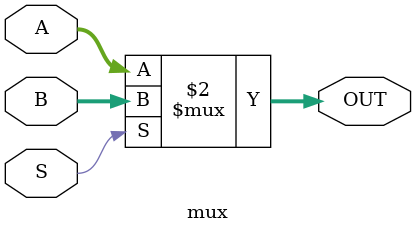
<source format=v>
module mux(A,B,S,OUT);

    input [1:0] A,B;
    input S;

    output [1:0] OUT;

    //using ternary operater

    assign OUT = (S == 1'b0) ? A:B;

    

endmodule
</source>
